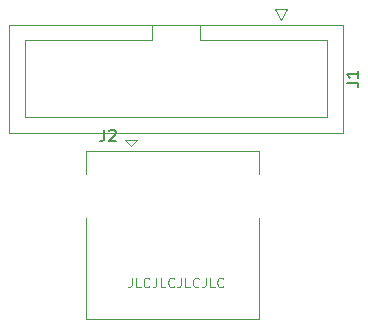
<source format=gbr>
%TF.GenerationSoftware,KiCad,Pcbnew,8.0.5*%
%TF.CreationDate,2024-12-20T11:35:24+13:00*%
%TF.ProjectId,eurorack_to_usb_passive,6575726f-7261-4636-9b5f-746f5f757362,rev?*%
%TF.SameCoordinates,Original*%
%TF.FileFunction,Legend,Top*%
%TF.FilePolarity,Positive*%
%FSLAX46Y46*%
G04 Gerber Fmt 4.6, Leading zero omitted, Abs format (unit mm)*
G04 Created by KiCad (PCBNEW 8.0.5) date 2024-12-20 11:35:24*
%MOMM*%
%LPD*%
G01*
G04 APERTURE LIST*
%ADD10C,0.037750*%
%ADD11C,0.150000*%
%ADD12C,0.120000*%
G04 APERTURE END LIST*
D10*
X145258571Y-97562758D02*
X145258571Y-98141329D01*
X145258571Y-98141329D02*
X145220000Y-98257044D01*
X145220000Y-98257044D02*
X145142857Y-98334187D01*
X145142857Y-98334187D02*
X145027143Y-98372758D01*
X145027143Y-98372758D02*
X144950000Y-98372758D01*
X146030000Y-98372758D02*
X145644286Y-98372758D01*
X145644286Y-98372758D02*
X145644286Y-97562758D01*
X146762857Y-98295615D02*
X146724285Y-98334187D01*
X146724285Y-98334187D02*
X146608571Y-98372758D01*
X146608571Y-98372758D02*
X146531428Y-98372758D01*
X146531428Y-98372758D02*
X146415714Y-98334187D01*
X146415714Y-98334187D02*
X146338571Y-98257044D01*
X146338571Y-98257044D02*
X146300000Y-98179901D01*
X146300000Y-98179901D02*
X146261428Y-98025615D01*
X146261428Y-98025615D02*
X146261428Y-97909901D01*
X146261428Y-97909901D02*
X146300000Y-97755615D01*
X146300000Y-97755615D02*
X146338571Y-97678472D01*
X146338571Y-97678472D02*
X146415714Y-97601329D01*
X146415714Y-97601329D02*
X146531428Y-97562758D01*
X146531428Y-97562758D02*
X146608571Y-97562758D01*
X146608571Y-97562758D02*
X146724285Y-97601329D01*
X146724285Y-97601329D02*
X146762857Y-97639901D01*
X147341428Y-97562758D02*
X147341428Y-98141329D01*
X147341428Y-98141329D02*
X147302857Y-98257044D01*
X147302857Y-98257044D02*
X147225714Y-98334187D01*
X147225714Y-98334187D02*
X147110000Y-98372758D01*
X147110000Y-98372758D02*
X147032857Y-98372758D01*
X148112857Y-98372758D02*
X147727143Y-98372758D01*
X147727143Y-98372758D02*
X147727143Y-97562758D01*
X148845714Y-98295615D02*
X148807142Y-98334187D01*
X148807142Y-98334187D02*
X148691428Y-98372758D01*
X148691428Y-98372758D02*
X148614285Y-98372758D01*
X148614285Y-98372758D02*
X148498571Y-98334187D01*
X148498571Y-98334187D02*
X148421428Y-98257044D01*
X148421428Y-98257044D02*
X148382857Y-98179901D01*
X148382857Y-98179901D02*
X148344285Y-98025615D01*
X148344285Y-98025615D02*
X148344285Y-97909901D01*
X148344285Y-97909901D02*
X148382857Y-97755615D01*
X148382857Y-97755615D02*
X148421428Y-97678472D01*
X148421428Y-97678472D02*
X148498571Y-97601329D01*
X148498571Y-97601329D02*
X148614285Y-97562758D01*
X148614285Y-97562758D02*
X148691428Y-97562758D01*
X148691428Y-97562758D02*
X148807142Y-97601329D01*
X148807142Y-97601329D02*
X148845714Y-97639901D01*
X149424285Y-97562758D02*
X149424285Y-98141329D01*
X149424285Y-98141329D02*
X149385714Y-98257044D01*
X149385714Y-98257044D02*
X149308571Y-98334187D01*
X149308571Y-98334187D02*
X149192857Y-98372758D01*
X149192857Y-98372758D02*
X149115714Y-98372758D01*
X150195714Y-98372758D02*
X149810000Y-98372758D01*
X149810000Y-98372758D02*
X149810000Y-97562758D01*
X150928571Y-98295615D02*
X150889999Y-98334187D01*
X150889999Y-98334187D02*
X150774285Y-98372758D01*
X150774285Y-98372758D02*
X150697142Y-98372758D01*
X150697142Y-98372758D02*
X150581428Y-98334187D01*
X150581428Y-98334187D02*
X150504285Y-98257044D01*
X150504285Y-98257044D02*
X150465714Y-98179901D01*
X150465714Y-98179901D02*
X150427142Y-98025615D01*
X150427142Y-98025615D02*
X150427142Y-97909901D01*
X150427142Y-97909901D02*
X150465714Y-97755615D01*
X150465714Y-97755615D02*
X150504285Y-97678472D01*
X150504285Y-97678472D02*
X150581428Y-97601329D01*
X150581428Y-97601329D02*
X150697142Y-97562758D01*
X150697142Y-97562758D02*
X150774285Y-97562758D01*
X150774285Y-97562758D02*
X150889999Y-97601329D01*
X150889999Y-97601329D02*
X150928571Y-97639901D01*
X151507142Y-97562758D02*
X151507142Y-98141329D01*
X151507142Y-98141329D02*
X151468571Y-98257044D01*
X151468571Y-98257044D02*
X151391428Y-98334187D01*
X151391428Y-98334187D02*
X151275714Y-98372758D01*
X151275714Y-98372758D02*
X151198571Y-98372758D01*
X152278571Y-98372758D02*
X151892857Y-98372758D01*
X151892857Y-98372758D02*
X151892857Y-97562758D01*
X153011428Y-98295615D02*
X152972856Y-98334187D01*
X152972856Y-98334187D02*
X152857142Y-98372758D01*
X152857142Y-98372758D02*
X152779999Y-98372758D01*
X152779999Y-98372758D02*
X152664285Y-98334187D01*
X152664285Y-98334187D02*
X152587142Y-98257044D01*
X152587142Y-98257044D02*
X152548571Y-98179901D01*
X152548571Y-98179901D02*
X152509999Y-98025615D01*
X152509999Y-98025615D02*
X152509999Y-97909901D01*
X152509999Y-97909901D02*
X152548571Y-97755615D01*
X152548571Y-97755615D02*
X152587142Y-97678472D01*
X152587142Y-97678472D02*
X152664285Y-97601329D01*
X152664285Y-97601329D02*
X152779999Y-97562758D01*
X152779999Y-97562758D02*
X152857142Y-97562758D01*
X152857142Y-97562758D02*
X152972856Y-97601329D01*
X152972856Y-97601329D02*
X153011428Y-97639901D01*
D11*
X142926666Y-85014819D02*
X142926666Y-85729104D01*
X142926666Y-85729104D02*
X142879047Y-85871961D01*
X142879047Y-85871961D02*
X142783809Y-85967200D01*
X142783809Y-85967200D02*
X142640952Y-86014819D01*
X142640952Y-86014819D02*
X142545714Y-86014819D01*
X143355238Y-85110057D02*
X143402857Y-85062438D01*
X143402857Y-85062438D02*
X143498095Y-85014819D01*
X143498095Y-85014819D02*
X143736190Y-85014819D01*
X143736190Y-85014819D02*
X143831428Y-85062438D01*
X143831428Y-85062438D02*
X143879047Y-85110057D01*
X143879047Y-85110057D02*
X143926666Y-85205295D01*
X143926666Y-85205295D02*
X143926666Y-85300533D01*
X143926666Y-85300533D02*
X143879047Y-85443390D01*
X143879047Y-85443390D02*
X143307619Y-86014819D01*
X143307619Y-86014819D02*
X143926666Y-86014819D01*
X163454819Y-81053333D02*
X164169104Y-81053333D01*
X164169104Y-81053333D02*
X164311961Y-81100952D01*
X164311961Y-81100952D02*
X164407200Y-81196190D01*
X164407200Y-81196190D02*
X164454819Y-81339047D01*
X164454819Y-81339047D02*
X164454819Y-81434285D01*
X164454819Y-80053333D02*
X164454819Y-80624761D01*
X164454819Y-80339047D02*
X163454819Y-80339047D01*
X163454819Y-80339047D02*
X163597676Y-80434285D01*
X163597676Y-80434285D02*
X163692914Y-80529523D01*
X163692914Y-80529523D02*
X163740533Y-80624761D01*
D12*
%TO.C,J2*%
X141350000Y-86790000D02*
X141350000Y-88770000D01*
X141350000Y-86790000D02*
X156070000Y-86790000D01*
X141350000Y-92470000D02*
X141350000Y-101010000D01*
X141350000Y-101010000D02*
X156070000Y-101010000D01*
X144710000Y-85910000D02*
X145210000Y-86410000D01*
X145210000Y-86410000D02*
X145710000Y-85910000D01*
X145710000Y-85910000D02*
X144710000Y-85910000D01*
X156070000Y-88770000D02*
X156070000Y-86790000D01*
X156070000Y-92470000D02*
X156070000Y-101010000D01*
%TO.C,J1*%
X134910000Y-76160000D02*
X163110000Y-76160000D01*
X134910000Y-85280000D02*
X134910000Y-76160000D01*
X136210000Y-77470000D02*
X146960000Y-77470000D01*
X136210000Y-83970000D02*
X136210000Y-77470000D01*
X146960000Y-77470000D02*
X146960000Y-76160000D01*
X146960000Y-77470000D02*
X146960000Y-77470000D01*
X151060000Y-76160000D02*
X151060000Y-77470000D01*
X151060000Y-77470000D02*
X161810000Y-77470000D01*
X157400000Y-74770000D02*
X157900000Y-75770000D01*
X157900000Y-75770000D02*
X158400000Y-74770000D01*
X158400000Y-74770000D02*
X157400000Y-74770000D01*
X161810000Y-77470000D02*
X161810000Y-83970000D01*
X161810000Y-83970000D02*
X136210000Y-83970000D01*
X163110000Y-76160000D02*
X163110000Y-85280000D01*
X163110000Y-85280000D02*
X134910000Y-85280000D01*
%TD*%
M02*

</source>
